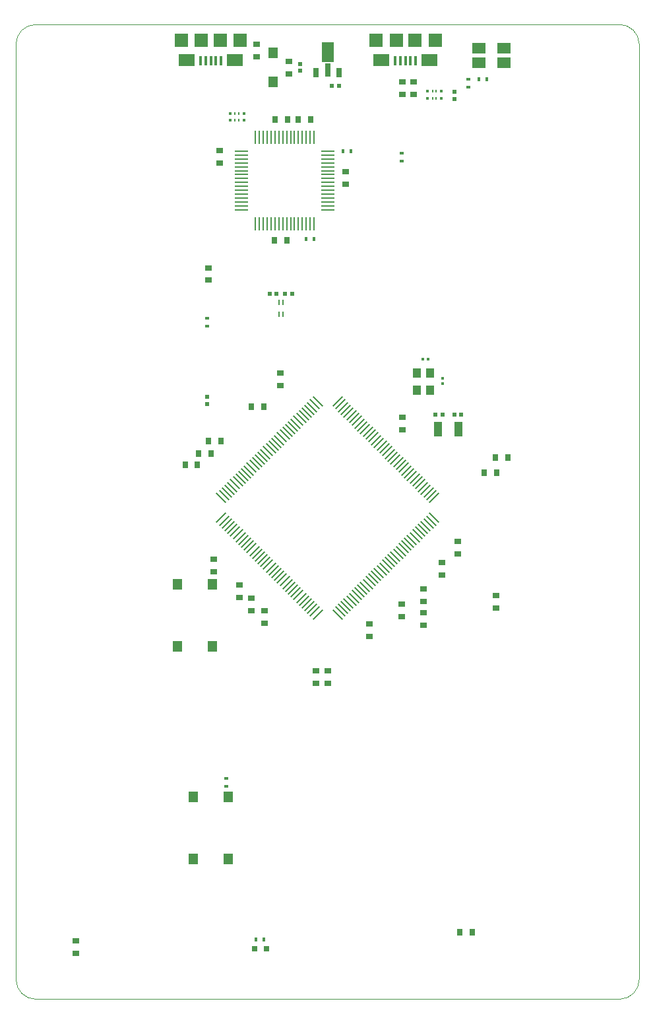
<source format=gtp>
G04*
G04 #@! TF.GenerationSoftware,Altium Limited,Altium Designer,20.0.9 (164)*
G04*
G04 Layer_Color=8421504*
%FSLAX24Y24*%
%MOIN*%
G70*
G01*
G75*
%ADD15C,0.0039*%
%ADD20R,0.0432X0.0511*%
%ADD21R,0.0472X0.0570*%
%ADD22R,0.0314X0.0472*%
%ADD23R,0.0629X0.1023*%
%ADD24R,0.0314X0.0708*%
%ADD25R,0.0058X0.0157*%
%ADD26R,0.0167X0.0157*%
%ADD27R,0.0354X0.0314*%
%ADD28R,0.0216X0.0176*%
G04:AMPARAMS|DCode=29|XSize=7.8mil|YSize=66.9mil|CornerRadius=0.9mil|HoleSize=0mil|Usage=FLASHONLY|Rotation=315.000|XOffset=0mil|YOffset=0mil|HoleType=Round|Shape=RoundedRectangle|*
%AMROUNDEDRECTD29*
21,1,0.0078,0.0650,0,0,315.0*
21,1,0.0059,0.0669,0,0,315.0*
1,1,0.0019,-0.0209,-0.0251*
1,1,0.0019,-0.0251,-0.0209*
1,1,0.0019,0.0209,0.0251*
1,1,0.0019,0.0251,0.0209*
%
%ADD29ROUNDEDRECTD29*%
G04:AMPARAMS|DCode=30|XSize=7.8mil|YSize=66.9mil|CornerRadius=0.9mil|HoleSize=0mil|Usage=FLASHONLY|Rotation=225.000|XOffset=0mil|YOffset=0mil|HoleType=Round|Shape=RoundedRectangle|*
%AMROUNDEDRECTD30*
21,1,0.0078,0.0650,0,0,225.0*
21,1,0.0059,0.0669,0,0,225.0*
1,1,0.0019,-0.0251,0.0209*
1,1,0.0019,-0.0209,0.0251*
1,1,0.0019,0.0251,-0.0209*
1,1,0.0019,0.0209,-0.0251*
%
%ADD30ROUNDEDRECTD30*%
%ADD31O,0.0078X0.0669*%
%ADD32O,0.0669X0.0078*%
%ADD33R,0.0472X0.0550*%
%ADD34R,0.0708X0.0550*%
%ADD35R,0.0275X0.0275*%
%ADD36R,0.0078X0.0275*%
%ADD37R,0.0669X0.0708*%
%ADD38R,0.0708X0.0708*%
%ADD39R,0.0787X0.0590*%
%ADD40R,0.0117X0.0491*%
%ADD41R,0.0314X0.0354*%
%ADD42R,0.0204X0.0204*%
%ADD43R,0.0125X0.0141*%
%ADD44R,0.0432X0.0747*%
%ADD45R,0.0176X0.0216*%
%ADD46R,0.0204X0.0204*%
%ADD47R,0.0141X0.0125*%
D15*
X994Y49213D02*
G03*
X-0Y48213I6J-1000D01*
G01*
X31496Y48218D02*
G03*
X30496Y49213I-1000J-6D01*
G01*
X0Y994D02*
G03*
X1000Y-0I1000J6D01*
G01*
X30502Y0D02*
G03*
X31496Y1000I-6J1000D01*
G01*
X31496D02*
Y48218D01*
X994Y49213D02*
X30496D01*
X0Y994D02*
Y48213D01*
X1004Y0D02*
X30502D01*
D20*
X20256Y31614D02*
D03*
Y30748D02*
D03*
X20925D02*
D03*
Y31614D02*
D03*
D21*
X8957Y7096D02*
D03*
Y10226D02*
D03*
X10728Y7096D02*
D03*
Y10226D02*
D03*
X9941Y20935D02*
D03*
Y17805D02*
D03*
X8169Y20935D02*
D03*
Y17805D02*
D03*
D22*
X16339Y46791D02*
D03*
X15157D02*
D03*
D23*
X15748Y47815D02*
D03*
D24*
Y46909D02*
D03*
D25*
X21043Y45846D02*
D03*
X21240D02*
D03*
X21043Y45492D02*
D03*
X21240D02*
D03*
X11265Y44370D02*
D03*
X11068D02*
D03*
X11265Y44724D02*
D03*
X11068D02*
D03*
D26*
X21491Y45492D02*
D03*
X20792D02*
D03*
Y45846D02*
D03*
X21491D02*
D03*
X11516Y44370D02*
D03*
X10817D02*
D03*
X11516Y44724D02*
D03*
X10817D02*
D03*
D27*
X15157Y15945D02*
D03*
Y16575D02*
D03*
X20108Y46324D02*
D03*
Y45694D02*
D03*
X19518Y46324D02*
D03*
Y45694D02*
D03*
X15748Y15945D02*
D03*
Y16575D02*
D03*
X12165Y47598D02*
D03*
Y48228D02*
D03*
X16654Y41142D02*
D03*
Y41772D02*
D03*
X10276Y42205D02*
D03*
Y42835D02*
D03*
X9724Y36299D02*
D03*
Y36929D02*
D03*
X20591Y19528D02*
D03*
Y18898D02*
D03*
X21535Y22047D02*
D03*
Y21417D02*
D03*
X3031Y2323D02*
D03*
Y2953D02*
D03*
X19528Y28740D02*
D03*
Y29370D02*
D03*
X13346Y31614D02*
D03*
Y30984D02*
D03*
X22323Y22480D02*
D03*
Y23110D02*
D03*
X20591Y20709D02*
D03*
Y20079D02*
D03*
X19488Y19961D02*
D03*
Y19331D02*
D03*
X11299Y20906D02*
D03*
Y20276D02*
D03*
X13780Y46732D02*
D03*
Y47362D02*
D03*
X24252Y20394D02*
D03*
Y19764D02*
D03*
X12559Y19606D02*
D03*
Y18976D02*
D03*
X11890Y20236D02*
D03*
Y19606D02*
D03*
X10000Y22205D02*
D03*
Y21575D02*
D03*
X17874Y18307D02*
D03*
Y18937D02*
D03*
D28*
X22874Y46457D02*
D03*
Y46063D02*
D03*
X19488Y42717D02*
D03*
Y42323D02*
D03*
X9646Y33976D02*
D03*
Y34370D02*
D03*
X10630Y11142D02*
D03*
Y10748D02*
D03*
D29*
X21121Y25304D02*
D03*
X20982Y25443D02*
D03*
X20843Y25583D02*
D03*
X20703Y25722D02*
D03*
X20564Y25861D02*
D03*
X20425Y26000D02*
D03*
X20286Y26139D02*
D03*
X20147Y26279D02*
D03*
X20007Y26418D02*
D03*
X19868Y26557D02*
D03*
X19729Y26696D02*
D03*
X19590Y26835D02*
D03*
X19451Y26975D02*
D03*
X19311Y27114D02*
D03*
X19172Y27253D02*
D03*
X19033Y27392D02*
D03*
X18894Y27531D02*
D03*
X18755Y27671D02*
D03*
X18615Y27810D02*
D03*
X18476Y27949D02*
D03*
X18337Y28088D02*
D03*
X18198Y28227D02*
D03*
X18059Y28367D02*
D03*
X17919Y28506D02*
D03*
X17780Y28645D02*
D03*
X17641Y28784D02*
D03*
X17502Y28923D02*
D03*
X17363Y29062D02*
D03*
X17223Y29202D02*
D03*
X17084Y29341D02*
D03*
X16945Y29480D02*
D03*
X16806Y29619D02*
D03*
X16667Y29758D02*
D03*
X16528Y29898D02*
D03*
X16388Y30037D02*
D03*
X16249Y30176D02*
D03*
X10375Y24302D02*
D03*
X10514Y24163D02*
D03*
X10654Y24024D02*
D03*
X10793Y23884D02*
D03*
X10932Y23745D02*
D03*
X11071Y23606D02*
D03*
X11210Y23467D02*
D03*
X11349Y23328D02*
D03*
X11489Y23188D02*
D03*
X11628Y23049D02*
D03*
X11767Y22910D02*
D03*
X11906Y22771D02*
D03*
X12045Y22632D02*
D03*
X12185Y22493D02*
D03*
X12324Y22353D02*
D03*
X12463Y22214D02*
D03*
X12602Y22075D02*
D03*
X12741Y21936D02*
D03*
X12881Y21797D02*
D03*
X13020Y21657D02*
D03*
X13159Y21518D02*
D03*
X13298Y21379D02*
D03*
X13437Y21240D02*
D03*
X13577Y21101D02*
D03*
X13716Y20961D02*
D03*
X13855Y20822D02*
D03*
X13994Y20683D02*
D03*
X14133Y20544D02*
D03*
X14273Y20405D02*
D03*
X14412Y20265D02*
D03*
X14551Y20126D02*
D03*
X14690Y19987D02*
D03*
X14829Y19848D02*
D03*
X14969Y19709D02*
D03*
X15108Y19569D02*
D03*
X15247Y19430D02*
D03*
D30*
Y30176D02*
D03*
X15108Y30037D02*
D03*
X14969Y29898D02*
D03*
X14829Y29758D02*
D03*
X14690Y29619D02*
D03*
X14551Y29480D02*
D03*
X14412Y29341D02*
D03*
X14273Y29202D02*
D03*
X14133Y29062D02*
D03*
X13994Y28923D02*
D03*
X13855Y28784D02*
D03*
X13716Y28645D02*
D03*
X13577Y28506D02*
D03*
X13437Y28367D02*
D03*
X13298Y28227D02*
D03*
X13159Y28088D02*
D03*
X13020Y27949D02*
D03*
X12881Y27810D02*
D03*
X12741Y27671D02*
D03*
X12602Y27531D02*
D03*
X12463Y27392D02*
D03*
X12324Y27253D02*
D03*
X12185Y27114D02*
D03*
X12045Y26975D02*
D03*
X11906Y26835D02*
D03*
X11767Y26696D02*
D03*
X11628Y26557D02*
D03*
X11489Y26418D02*
D03*
X11349Y26279D02*
D03*
X11210Y26139D02*
D03*
X11071Y26000D02*
D03*
X10932Y25861D02*
D03*
X10793Y25722D02*
D03*
X10654Y25583D02*
D03*
X10514Y25443D02*
D03*
X10375Y25304D02*
D03*
X16249Y19430D02*
D03*
X16388Y19569D02*
D03*
X16528Y19709D02*
D03*
X16667Y19848D02*
D03*
X16806Y19987D02*
D03*
X16945Y20126D02*
D03*
X17084Y20265D02*
D03*
X17223Y20405D02*
D03*
X17363Y20544D02*
D03*
X17502Y20683D02*
D03*
X17641Y20822D02*
D03*
X17780Y20961D02*
D03*
X17919Y21101D02*
D03*
X18059Y21240D02*
D03*
X18198Y21379D02*
D03*
X18337Y21518D02*
D03*
X18476Y21657D02*
D03*
X18615Y21797D02*
D03*
X18755Y21936D02*
D03*
X18894Y22075D02*
D03*
X19033Y22214D02*
D03*
X19172Y22353D02*
D03*
X19311Y22493D02*
D03*
X19451Y22632D02*
D03*
X19590Y22771D02*
D03*
X19729Y22910D02*
D03*
X19868Y23049D02*
D03*
X20007Y23188D02*
D03*
X20147Y23328D02*
D03*
X20286Y23467D02*
D03*
X20425Y23606D02*
D03*
X20564Y23745D02*
D03*
X20703Y23884D02*
D03*
X20843Y24024D02*
D03*
X20982Y24163D02*
D03*
X21121Y24302D02*
D03*
D31*
X15059Y43524D02*
D03*
X14862D02*
D03*
X14665D02*
D03*
X14468D02*
D03*
X14272D02*
D03*
X14075D02*
D03*
X13878D02*
D03*
X13681D02*
D03*
X13484D02*
D03*
X13287D02*
D03*
X13091D02*
D03*
X12894D02*
D03*
X12697D02*
D03*
X12500D02*
D03*
X12303D02*
D03*
X12106D02*
D03*
Y39154D02*
D03*
X12303D02*
D03*
X12500D02*
D03*
X12697D02*
D03*
X12894D02*
D03*
X13091D02*
D03*
X13287D02*
D03*
X13484D02*
D03*
X13681D02*
D03*
X13878D02*
D03*
X14075D02*
D03*
X14272D02*
D03*
X14468D02*
D03*
X14665D02*
D03*
X14862D02*
D03*
X15059D02*
D03*
D32*
X11398Y42815D02*
D03*
Y42618D02*
D03*
Y42421D02*
D03*
Y42224D02*
D03*
Y42028D02*
D03*
Y41831D02*
D03*
Y41634D02*
D03*
Y41437D02*
D03*
Y41240D02*
D03*
Y41043D02*
D03*
Y40846D02*
D03*
Y40650D02*
D03*
Y40453D02*
D03*
Y40256D02*
D03*
Y40059D02*
D03*
Y39862D02*
D03*
X15768D02*
D03*
Y40059D02*
D03*
Y40256D02*
D03*
Y40453D02*
D03*
Y40650D02*
D03*
Y40846D02*
D03*
Y41043D02*
D03*
Y41240D02*
D03*
Y41437D02*
D03*
Y41634D02*
D03*
Y41831D02*
D03*
Y42028D02*
D03*
Y42224D02*
D03*
Y42421D02*
D03*
Y42618D02*
D03*
Y42815D02*
D03*
D33*
X12992Y47795D02*
D03*
Y46299D02*
D03*
D34*
X24646Y47274D02*
D03*
Y48002D02*
D03*
X23386D02*
D03*
Y47274D02*
D03*
D35*
X12657Y2539D02*
D03*
X12067D02*
D03*
D36*
X13278Y34587D02*
D03*
X13494D02*
D03*
X13278Y35177D02*
D03*
X13494D02*
D03*
D37*
X8346Y48425D02*
D03*
X11339D02*
D03*
X21181D02*
D03*
X18189D02*
D03*
D38*
X9370D02*
D03*
X10315D02*
D03*
X20157D02*
D03*
X19213D02*
D03*
D39*
X8622Y47421D02*
D03*
X11063D02*
D03*
X20906D02*
D03*
X18465D02*
D03*
D40*
X9331Y47372D02*
D03*
X9587D02*
D03*
X9843D02*
D03*
X10098D02*
D03*
X10354D02*
D03*
X20197D02*
D03*
X19941D02*
D03*
X19685D02*
D03*
X19429D02*
D03*
X19173D02*
D03*
D41*
X8543Y26969D02*
D03*
X9173D02*
D03*
X13091Y44409D02*
D03*
X13720D02*
D03*
X13071Y38307D02*
D03*
X13701D02*
D03*
X9213Y27559D02*
D03*
X9843D02*
D03*
X9724Y28189D02*
D03*
X10354D02*
D03*
X14902Y44409D02*
D03*
X14272D02*
D03*
X22433Y3372D02*
D03*
X23063D02*
D03*
X24843Y27362D02*
D03*
X24213D02*
D03*
X12520Y29921D02*
D03*
X11890D02*
D03*
X24291Y26575D02*
D03*
X23661D02*
D03*
D42*
X13957Y35630D02*
D03*
X13602D02*
D03*
X21201Y29528D02*
D03*
X21555D02*
D03*
X22500Y29528D02*
D03*
X22146D02*
D03*
X16319Y46102D02*
D03*
X15965D02*
D03*
X12815Y35630D02*
D03*
X13169D02*
D03*
D43*
X21575Y31091D02*
D03*
Y31350D02*
D03*
D44*
X22362Y28780D02*
D03*
X21339D02*
D03*
D45*
X16535Y42815D02*
D03*
X16929D02*
D03*
X15059Y38386D02*
D03*
X14665D02*
D03*
X12520Y3031D02*
D03*
X12126D02*
D03*
X23386Y46457D02*
D03*
X23780D02*
D03*
D46*
X22165Y45453D02*
D03*
Y45807D02*
D03*
X9646Y30059D02*
D03*
Y30413D02*
D03*
X14370Y46870D02*
D03*
Y47224D02*
D03*
D47*
X20559Y32303D02*
D03*
X20819D02*
D03*
M02*

</source>
